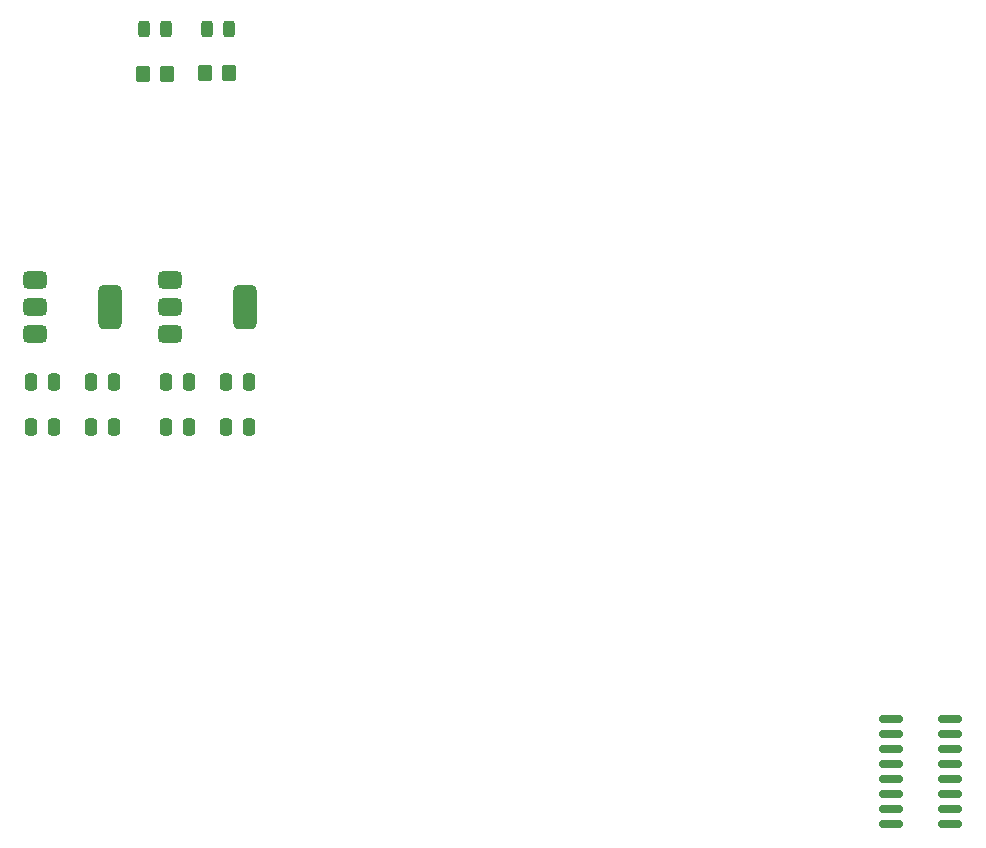
<source format=gtp>
G04 #@! TF.GenerationSoftware,KiCad,Pcbnew,8.0.7*
G04 #@! TF.CreationDate,2024-12-30T18:26:54-06:00*
G04 #@! TF.ProjectId,base_esp32,62617365-5f65-4737-9033-322e6b696361,v0.1*
G04 #@! TF.SameCoordinates,Original*
G04 #@! TF.FileFunction,Paste,Top*
G04 #@! TF.FilePolarity,Positive*
%FSLAX46Y46*%
G04 Gerber Fmt 4.6, Leading zero omitted, Abs format (unit mm)*
G04 Created by KiCad (PCBNEW 8.0.7) date 2024-12-30 18:26:54*
%MOMM*%
%LPD*%
G01*
G04 APERTURE LIST*
G04 Aperture macros list*
%AMRoundRect*
0 Rectangle with rounded corners*
0 $1 Rounding radius*
0 $2 $3 $4 $5 $6 $7 $8 $9 X,Y pos of 4 corners*
0 Add a 4 corners polygon primitive as box body*
4,1,4,$2,$3,$4,$5,$6,$7,$8,$9,$2,$3,0*
0 Add four circle primitives for the rounded corners*
1,1,$1+$1,$2,$3*
1,1,$1+$1,$4,$5*
1,1,$1+$1,$6,$7*
1,1,$1+$1,$8,$9*
0 Add four rect primitives between the rounded corners*
20,1,$1+$1,$2,$3,$4,$5,0*
20,1,$1+$1,$4,$5,$6,$7,0*
20,1,$1+$1,$6,$7,$8,$9,0*
20,1,$1+$1,$8,$9,$2,$3,0*%
G04 Aperture macros list end*
%ADD10RoundRect,0.250000X-0.250000X-0.475000X0.250000X-0.475000X0.250000X0.475000X-0.250000X0.475000X0*%
%ADD11RoundRect,0.250000X0.350000X0.450000X-0.350000X0.450000X-0.350000X-0.450000X0.350000X-0.450000X0*%
%ADD12RoundRect,0.150000X-0.850000X-0.150000X0.850000X-0.150000X0.850000X0.150000X-0.850000X0.150000X0*%
%ADD13RoundRect,0.243750X-0.243750X-0.456250X0.243750X-0.456250X0.243750X0.456250X-0.243750X0.456250X0*%
%ADD14RoundRect,0.375000X-0.625000X-0.375000X0.625000X-0.375000X0.625000X0.375000X-0.625000X0.375000X0*%
%ADD15RoundRect,0.500000X-0.500000X-1.400000X0.500000X-1.400000X0.500000X1.400000X-0.500000X1.400000X0*%
G04 APERTURE END LIST*
D10*
X120970000Y-87630000D03*
X122870000Y-87630000D03*
X132400000Y-83820000D03*
X134300000Y-83820000D03*
D11*
X132622800Y-57708800D03*
X130622800Y-57708800D03*
D12*
X188711200Y-112395000D03*
X188711200Y-113665000D03*
X188711200Y-114935000D03*
X188711200Y-116205000D03*
X188711200Y-117475000D03*
X188711200Y-118745000D03*
X188711200Y-120015000D03*
X188711200Y-121285000D03*
X193711200Y-121285000D03*
X193711200Y-120015000D03*
X193711200Y-118745000D03*
X193711200Y-117475000D03*
X193711200Y-116205000D03*
X193711200Y-114935000D03*
X193711200Y-113665000D03*
X193711200Y-112395000D03*
D11*
X127365000Y-57785000D03*
X125365000Y-57785000D03*
D10*
X127320000Y-83820000D03*
X129220000Y-83820000D03*
X127320000Y-87630000D03*
X129220000Y-87630000D03*
D13*
X130736100Y-53949600D03*
X132611100Y-53949600D03*
D10*
X132400000Y-87630000D03*
X134300000Y-87630000D03*
D14*
X127660000Y-75170000D03*
X127660000Y-77470000D03*
D15*
X133960000Y-77470000D03*
D14*
X127660000Y-79770000D03*
D10*
X120970000Y-83820000D03*
X122870000Y-83820000D03*
D13*
X125427500Y-53912500D03*
X127302500Y-53912500D03*
D10*
X115890000Y-83820000D03*
X117790000Y-83820000D03*
X115890000Y-87630000D03*
X117790000Y-87630000D03*
D14*
X116230000Y-75170000D03*
X116230000Y-77470000D03*
D15*
X122530000Y-77470000D03*
D14*
X116230000Y-79770000D03*
M02*

</source>
